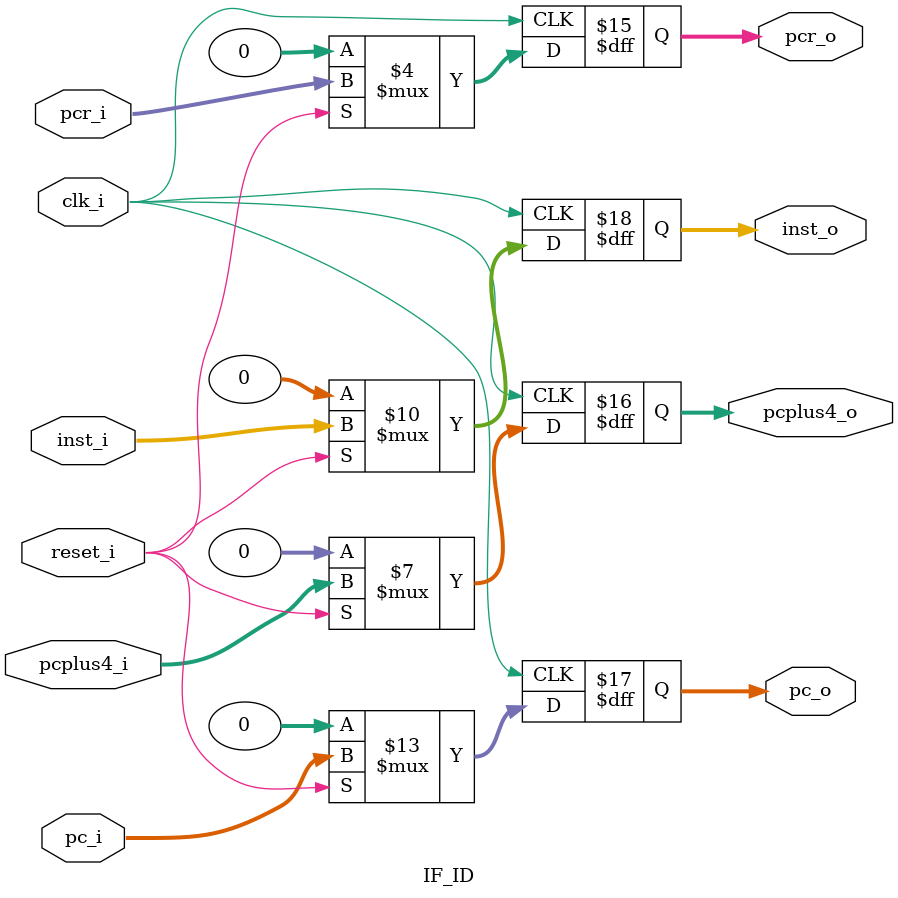
<source format=sv>
module IF_ID(
	input logic clk_i,reset_i,

	//start_i,
	input logic [31:0] pc_i,
	input logic [31:0] inst_i,
	input logic [31:0] pcplus4_i,
	input logic [31:0] pcr_i,
	//hazard_i,
	//flush_i,
	//input logic [31:0] pcIm_i,
	output logic [31:0] pcr_o,
	output logic [31:0] pcplus4_o,
	//output logic [31:0] pcIm_o,
	output logic[31:0] pc_o,
	output logic [31:0] inst_o
);

//input	clk_i, hazard_i, flush_i, start_i;
//input	[31:0]	inst_i, pc_i;
//input 	[11:0]	pcIm_i;
//output 	[11:0]	pcIm_o;
//output	[31:0]	pc_o, inst_o;
//
//reg [31:0]	pc_o, inst_o;
//reg [11:0] 	pcIm_o;

always@(posedge clk_i) begin
//	if(~start_i) begin
	if(~reset_i) begin
		pc_o <= 32'b0;
		inst_o <= 32'b0;
		//pcIm_o <= 32'b0;
		pcplus4_o<=32'b0;
		pcr_o<=32'b0;
	end
//	else if(flush_i) begin
//		pc_o <= pc_i;
//		inst_o <= 32'b0;
//		pcIm_o <= 12'b0;
//	end
//	else if(hazard_i) begin
//		pc_o <= pc_i;
//		inst_o <= inst_o;
//		pcIm_o <= pcIm_i;
//	end
	else begin
		pc_o <= pc_i;
		inst_o <= inst_i;
		//pcIm_o <= pcIm_i;
		pcplus4_o<=pcplus4_i;
		pcr_o<=pcr_i;
	end
end

endmodule

</source>
